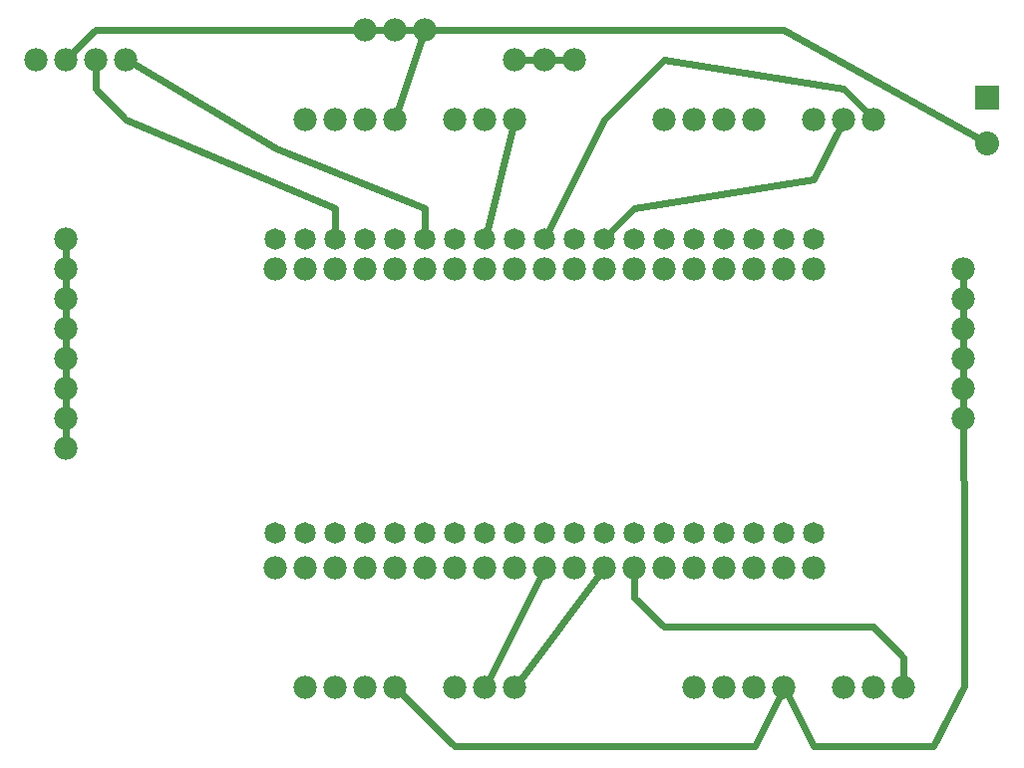
<source format=gbl>
G04 MADE WITH FRITZING*
G04 WWW.FRITZING.ORG*
G04 DOUBLE SIDED*
G04 HOLES PLATED*
G04 CONTOUR ON CENTER OF CONTOUR VECTOR*
%ASAXBY*%
%FSLAX23Y23*%
%MOIN*%
%OFA0B0*%
%SFA1.0B1.0*%
%ADD10C,0.071828*%
%ADD11C,0.080000*%
%ADD12C,0.078000*%
%ADD13C,0.024000*%
%ADD14R,0.001000X0.001000*%
%LNCOPPER0*%
G90*
G70*
G54D10*
X1129Y876D03*
X1229Y876D03*
X1328Y876D03*
X1429Y876D03*
X1528Y876D03*
X1628Y876D03*
X1729Y876D03*
X1828Y876D03*
X1928Y876D03*
X2028Y876D03*
X2128Y876D03*
X2228Y876D03*
X2328Y876D03*
X2428Y876D03*
X2528Y876D03*
X2628Y876D03*
X2727Y876D03*
X2828Y876D03*
X2928Y876D03*
X2928Y1861D03*
X2828Y1861D03*
X2727Y1861D03*
X2628Y1861D03*
X2528Y1861D03*
X2428Y1861D03*
X2328Y1861D03*
X2228Y1861D03*
X2128Y1861D03*
X2028Y1861D03*
X1928Y1861D03*
X1828Y1861D03*
X1729Y1861D03*
X1628Y1861D03*
X1528Y1861D03*
X1429Y1861D03*
X1328Y1861D03*
X1229Y1861D03*
X1129Y1861D03*
G54D11*
X3508Y2333D03*
X3508Y2181D03*
G54D12*
X2128Y2461D03*
X2028Y2461D03*
X1928Y2461D03*
X1628Y2561D03*
X1528Y2561D03*
X1428Y2561D03*
X1928Y361D03*
X1828Y361D03*
X1728Y361D03*
X3128Y2261D03*
X3028Y2261D03*
X2928Y2261D03*
X1928Y2261D03*
X1828Y2261D03*
X1728Y2261D03*
X628Y2461D03*
X528Y2461D03*
X428Y2461D03*
X328Y2461D03*
X3228Y361D03*
X3128Y361D03*
X3028Y361D03*
X1528Y361D03*
X1428Y361D03*
X1328Y361D03*
X1228Y361D03*
X2928Y761D03*
X2828Y761D03*
X2728Y761D03*
X2628Y761D03*
X2528Y761D03*
X2428Y761D03*
X2328Y761D03*
X2228Y761D03*
X2128Y761D03*
X2028Y761D03*
X1928Y761D03*
X1828Y761D03*
X1728Y761D03*
X1628Y761D03*
X1528Y761D03*
X1428Y761D03*
X1328Y761D03*
X1228Y761D03*
X1128Y761D03*
X2828Y361D03*
X2728Y361D03*
X2628Y361D03*
X2528Y361D03*
X428Y1861D03*
X428Y1761D03*
X428Y1661D03*
X428Y1561D03*
X428Y1461D03*
X428Y1361D03*
X428Y1261D03*
X428Y1161D03*
X2928Y1761D03*
X2828Y1761D03*
X2728Y1761D03*
X2628Y1761D03*
X2528Y1761D03*
X2428Y1761D03*
X2328Y1761D03*
X2228Y1761D03*
X2128Y1761D03*
X2028Y1761D03*
X1928Y1761D03*
X1828Y1761D03*
X1728Y1761D03*
X1628Y1761D03*
X1528Y1761D03*
X1428Y1761D03*
X1328Y1761D03*
X1228Y1761D03*
X1128Y1761D03*
X2728Y2261D03*
X2628Y2261D03*
X2528Y2261D03*
X2428Y2261D03*
X1528Y2261D03*
X1428Y2261D03*
X1328Y2261D03*
X1228Y2261D03*
X3428Y1761D03*
X3428Y1661D03*
X3428Y1561D03*
X3428Y1461D03*
X3428Y1361D03*
X3428Y1261D03*
G54D13*
X428Y1780D02*
X428Y1842D01*
D02*
X428Y1680D02*
X428Y1742D01*
D02*
X428Y1580D02*
X428Y1642D01*
D02*
X428Y1480D02*
X428Y1542D01*
D02*
X428Y1380D02*
X428Y1442D01*
D02*
X428Y1180D02*
X428Y1342D01*
D02*
X528Y2362D02*
X528Y2442D01*
D02*
X629Y2260D02*
X528Y2362D01*
D02*
X1329Y1962D02*
X629Y2260D01*
D02*
X1328Y1881D02*
X1329Y1962D01*
D02*
X1130Y2162D02*
X645Y2452D01*
D02*
X1627Y1962D02*
X1130Y2162D01*
D02*
X1628Y1881D02*
X1627Y1962D01*
D02*
X2009Y2461D02*
X1947Y2461D01*
D02*
X2109Y2461D02*
X2047Y2461D01*
D02*
X2929Y2061D02*
X2327Y1962D01*
D02*
X2327Y1962D02*
X2242Y1875D01*
D02*
X3020Y2244D02*
X2929Y2061D01*
D02*
X1833Y1880D02*
X1924Y2243D01*
D02*
X3028Y2362D02*
X3115Y2275D01*
D02*
X2429Y2460D02*
X3028Y2362D01*
D02*
X2036Y1879D02*
X2229Y2260D01*
D02*
X2229Y2260D02*
X2429Y2460D01*
D02*
X3129Y562D02*
X3227Y461D01*
D02*
X2429Y562D02*
X3129Y562D01*
D02*
X2328Y742D02*
X2327Y660D01*
D02*
X3227Y461D02*
X3228Y380D01*
D02*
X2327Y660D02*
X2429Y562D01*
D02*
X2217Y746D02*
X1940Y376D01*
D02*
X3428Y1680D02*
X3428Y1742D01*
D02*
X3428Y1580D02*
X3428Y1642D01*
D02*
X3428Y1480D02*
X3428Y1542D01*
D02*
X3428Y1380D02*
X3428Y1442D01*
D02*
X3428Y1280D02*
X3428Y1342D01*
D02*
X3328Y163D02*
X2929Y163D01*
D02*
X3430Y362D02*
X3328Y163D01*
D02*
X2929Y163D02*
X2837Y344D01*
D02*
X3430Y860D02*
X3430Y362D01*
D02*
X3428Y1242D02*
X3430Y860D01*
D02*
X1547Y2561D02*
X1609Y2561D01*
D02*
X1447Y2561D02*
X1509Y2561D01*
D02*
X528Y2561D02*
X442Y2475D01*
D02*
X1409Y2561D02*
X528Y2561D01*
D02*
X3488Y2193D02*
X2828Y2561D01*
D02*
X2828Y2561D02*
X1647Y2561D01*
D02*
X1622Y2543D02*
X1534Y2279D01*
D02*
X1728Y163D02*
X2730Y163D01*
D02*
X1542Y348D02*
X1728Y163D01*
D02*
X2730Y163D02*
X2820Y344D01*
D02*
X2020Y744D02*
X1837Y378D01*
G54D14*
X3469Y2373D02*
X3547Y2373D01*
X3469Y2372D02*
X3548Y2372D01*
X3469Y2371D02*
X3548Y2371D01*
X3469Y2370D02*
X3548Y2370D01*
X3469Y2369D02*
X3548Y2369D01*
X3469Y2368D02*
X3548Y2368D01*
X3469Y2367D02*
X3548Y2367D01*
X3469Y2366D02*
X3548Y2366D01*
X3469Y2365D02*
X3548Y2365D01*
X3469Y2364D02*
X3548Y2364D01*
X3469Y2363D02*
X3548Y2363D01*
X3469Y2362D02*
X3548Y2362D01*
X3469Y2361D02*
X3548Y2361D01*
X3469Y2360D02*
X3548Y2360D01*
X3469Y2359D02*
X3548Y2359D01*
X3469Y2358D02*
X3548Y2358D01*
X3469Y2357D02*
X3548Y2357D01*
X3469Y2356D02*
X3501Y2356D01*
X3515Y2356D02*
X3548Y2356D01*
X3469Y2355D02*
X3498Y2355D01*
X3518Y2355D02*
X3548Y2355D01*
X3469Y2354D02*
X3496Y2354D01*
X3520Y2354D02*
X3548Y2354D01*
X3469Y2353D02*
X3494Y2353D01*
X3522Y2353D02*
X3548Y2353D01*
X3469Y2352D02*
X3493Y2352D01*
X3523Y2352D02*
X3548Y2352D01*
X3469Y2351D02*
X3492Y2351D01*
X3524Y2351D02*
X3548Y2351D01*
X3469Y2350D02*
X3491Y2350D01*
X3525Y2350D02*
X3548Y2350D01*
X3469Y2349D02*
X3490Y2349D01*
X3526Y2349D02*
X3548Y2349D01*
X3469Y2348D02*
X3489Y2348D01*
X3527Y2348D02*
X3548Y2348D01*
X3469Y2347D02*
X3488Y2347D01*
X3528Y2347D02*
X3548Y2347D01*
X3469Y2346D02*
X3488Y2346D01*
X3528Y2346D02*
X3548Y2346D01*
X3469Y2345D02*
X3487Y2345D01*
X3529Y2345D02*
X3548Y2345D01*
X3469Y2344D02*
X3487Y2344D01*
X3529Y2344D02*
X3548Y2344D01*
X3469Y2343D02*
X3486Y2343D01*
X3530Y2343D02*
X3548Y2343D01*
X3469Y2342D02*
X3486Y2342D01*
X3530Y2342D02*
X3548Y2342D01*
X3469Y2341D02*
X3485Y2341D01*
X3531Y2341D02*
X3548Y2341D01*
X3469Y2340D02*
X3485Y2340D01*
X3531Y2340D02*
X3548Y2340D01*
X3469Y2339D02*
X3485Y2339D01*
X3531Y2339D02*
X3548Y2339D01*
X3469Y2338D02*
X3484Y2338D01*
X3532Y2338D02*
X3548Y2338D01*
X3469Y2337D02*
X3484Y2337D01*
X3532Y2337D02*
X3548Y2337D01*
X3469Y2336D02*
X3484Y2336D01*
X3532Y2336D02*
X3548Y2336D01*
X3469Y2335D02*
X3484Y2335D01*
X3532Y2335D02*
X3548Y2335D01*
X3469Y2334D02*
X3484Y2334D01*
X3532Y2334D02*
X3548Y2334D01*
X3469Y2333D02*
X3484Y2333D01*
X3532Y2333D02*
X3548Y2333D01*
X3469Y2332D02*
X3484Y2332D01*
X3532Y2332D02*
X3548Y2332D01*
X3469Y2331D02*
X3484Y2331D01*
X3532Y2331D02*
X3548Y2331D01*
X3469Y2330D02*
X3484Y2330D01*
X3532Y2330D02*
X3548Y2330D01*
X3469Y2329D02*
X3484Y2329D01*
X3532Y2329D02*
X3548Y2329D01*
X3469Y2328D02*
X3485Y2328D01*
X3531Y2328D02*
X3548Y2328D01*
X3469Y2327D02*
X3485Y2327D01*
X3531Y2327D02*
X3548Y2327D01*
X3469Y2326D02*
X3485Y2326D01*
X3531Y2326D02*
X3548Y2326D01*
X3469Y2325D02*
X3485Y2325D01*
X3531Y2325D02*
X3548Y2325D01*
X3469Y2324D02*
X3486Y2324D01*
X3530Y2324D02*
X3548Y2324D01*
X3469Y2323D02*
X3486Y2323D01*
X3530Y2323D02*
X3548Y2323D01*
X3469Y2322D02*
X3487Y2322D01*
X3529Y2322D02*
X3548Y2322D01*
X3469Y2321D02*
X3487Y2321D01*
X3529Y2321D02*
X3548Y2321D01*
X3469Y2320D02*
X3488Y2320D01*
X3528Y2320D02*
X3548Y2320D01*
X3469Y2319D02*
X3489Y2319D01*
X3527Y2319D02*
X3548Y2319D01*
X3469Y2318D02*
X3490Y2318D01*
X3526Y2318D02*
X3548Y2318D01*
X3469Y2317D02*
X3491Y2317D01*
X3525Y2317D02*
X3548Y2317D01*
X3469Y2316D02*
X3492Y2316D01*
X3524Y2316D02*
X3548Y2316D01*
X3469Y2315D02*
X3493Y2315D01*
X3523Y2315D02*
X3548Y2315D01*
X3469Y2314D02*
X3494Y2314D01*
X3522Y2314D02*
X3548Y2314D01*
X3469Y2313D02*
X3496Y2313D01*
X3520Y2313D02*
X3548Y2313D01*
X3469Y2312D02*
X3498Y2312D01*
X3518Y2312D02*
X3548Y2312D01*
X3469Y2311D02*
X3500Y2311D01*
X3516Y2311D02*
X3548Y2311D01*
X3469Y2310D02*
X3504Y2310D01*
X3512Y2310D02*
X3548Y2310D01*
X3469Y2309D02*
X3548Y2309D01*
X3469Y2308D02*
X3548Y2308D01*
X3469Y2307D02*
X3548Y2307D01*
X3469Y2306D02*
X3548Y2306D01*
X3469Y2305D02*
X3548Y2305D01*
X3469Y2304D02*
X3548Y2304D01*
X3469Y2303D02*
X3548Y2303D01*
X3469Y2302D02*
X3548Y2302D01*
X3469Y2301D02*
X3548Y2301D01*
X3469Y2300D02*
X3548Y2300D01*
X3469Y2299D02*
X3548Y2299D01*
X3469Y2298D02*
X3548Y2298D01*
X3469Y2297D02*
X3548Y2297D01*
X3469Y2296D02*
X3548Y2296D01*
X3469Y2295D02*
X3548Y2295D01*
X3469Y2294D02*
X3548Y2294D01*
D02*
G04 End of Copper0*
M02*
</source>
